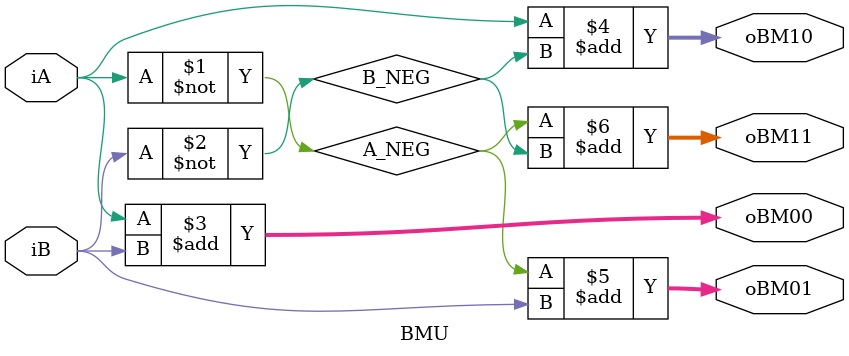
<source format=v>

module BMU
	(	// Ports Declaration
		input iA,					// 1st input (output 'A' of the conv. encoder)
		input iB,					// 2nd input (output 'B' of the conv. encoder)
		output wire [1:0] oBM00,	// branch metrics for 00, 01, 10 and 11
		output wire [1:0] oBM01,
		output wire [1:0] oBM10,
		output wire [1:0] oBM11
	);

//---------- Wire & Variable Declaration ----------//
	wire A_NEG = ~iA;
	wire B_NEG = ~iB;
//-------------------------------------------------//

//---------- Continuous Assignments ----------//
	assign oBM00 = iA + iB;
	assign oBM10 = iA + B_NEG;
	assign oBM01 = A_NEG + iB;
	assign oBM11 = A_NEG + B_NEG;
//--------------------------------------------//

endmodule

</source>
